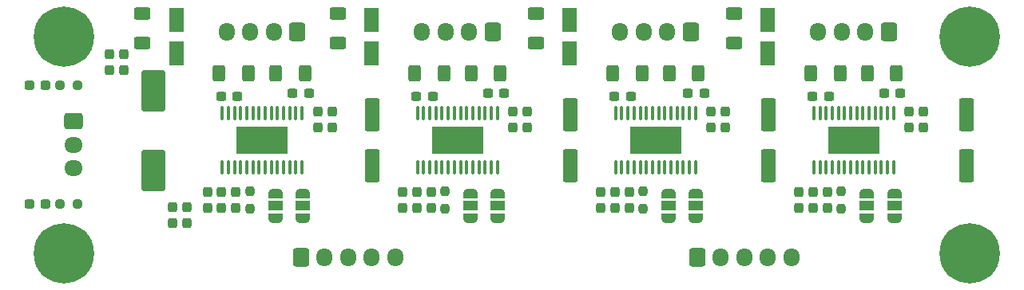
<source format=gbr>
%TF.GenerationSoftware,KiCad,Pcbnew,6.0.11-2627ca5db0~126~ubuntu22.04.1*%
%TF.CreationDate,2023-03-12T12:19:34+01:00*%
%TF.ProjectId,Stepper_Driver_TMC2225-SA-Tx4,53746570-7065-4725-9f44-72697665725f,rev?*%
%TF.SameCoordinates,Original*%
%TF.FileFunction,Soldermask,Top*%
%TF.FilePolarity,Negative*%
%FSLAX46Y46*%
G04 Gerber Fmt 4.6, Leading zero omitted, Abs format (unit mm)*
G04 Created by KiCad (PCBNEW 6.0.11-2627ca5db0~126~ubuntu22.04.1) date 2023-03-12 12:19:34*
%MOMM*%
%LPD*%
G01*
G04 APERTURE LIST*
G04 Aperture macros list*
%AMRoundRect*
0 Rectangle with rounded corners*
0 $1 Rounding radius*
0 $2 $3 $4 $5 $6 $7 $8 $9 X,Y pos of 4 corners*
0 Add a 4 corners polygon primitive as box body*
4,1,4,$2,$3,$4,$5,$6,$7,$8,$9,$2,$3,0*
0 Add four circle primitives for the rounded corners*
1,1,$1+$1,$2,$3*
1,1,$1+$1,$4,$5*
1,1,$1+$1,$6,$7*
1,1,$1+$1,$8,$9*
0 Add four rect primitives between the rounded corners*
20,1,$1+$1,$2,$3,$4,$5,0*
20,1,$1+$1,$4,$5,$6,$7,0*
20,1,$1+$1,$6,$7,$8,$9,0*
20,1,$1+$1,$8,$9,$2,$3,0*%
%AMFreePoly0*
4,1,22,0.550000,-0.750000,0.000000,-0.750000,0.000000,-0.745033,-0.079941,-0.743568,-0.215256,-0.701293,-0.333266,-0.622738,-0.424486,-0.514219,-0.481581,-0.384460,-0.499164,-0.250000,-0.500000,-0.250000,-0.500000,0.250000,-0.499164,0.250000,-0.499963,0.256109,-0.478152,0.396186,-0.417904,0.524511,-0.324060,0.630769,-0.204165,0.706417,-0.067858,0.745374,0.000000,0.744959,0.000000,0.750000,
0.550000,0.750000,0.550000,-0.750000,0.550000,-0.750000,$1*%
%AMFreePoly1*
4,1,20,0.000000,0.744959,0.073905,0.744508,0.209726,0.703889,0.328688,0.626782,0.421226,0.519385,0.479903,0.390333,0.500000,0.250000,0.500000,-0.250000,0.499851,-0.262216,0.476331,-0.402017,0.414519,-0.529596,0.319384,-0.634700,0.198574,-0.708877,0.061801,-0.746166,0.000000,-0.745033,0.000000,-0.750000,-0.550000,-0.750000,-0.550000,0.750000,0.000000,0.750000,0.000000,0.744959,
0.000000,0.744959,$1*%
G04 Aperture macros list end*
%ADD10RoundRect,0.250000X0.550000X-1.050000X0.550000X1.050000X-0.550000X1.050000X-0.550000X-1.050000X0*%
%ADD11RoundRect,0.237500X0.237500X-0.287500X0.237500X0.287500X-0.237500X0.287500X-0.237500X-0.287500X0*%
%ADD12RoundRect,0.250000X0.400000X0.625000X-0.400000X0.625000X-0.400000X-0.625000X0.400000X-0.625000X0*%
%ADD13RoundRect,0.237500X-0.287500X-0.237500X0.287500X-0.237500X0.287500X0.237500X-0.287500X0.237500X0*%
%ADD14FreePoly0,270.000000*%
%ADD15R,1.500000X1.000000*%
%ADD16FreePoly1,270.000000*%
%ADD17RoundRect,0.237500X-0.237500X0.300000X-0.237500X-0.300000X0.237500X-0.300000X0.237500X0.300000X0*%
%ADD18RoundRect,0.237500X0.237500X-0.300000X0.237500X0.300000X-0.237500X0.300000X-0.237500X-0.300000X0*%
%ADD19RoundRect,0.237500X0.300000X0.237500X-0.300000X0.237500X-0.300000X-0.237500X0.300000X-0.237500X0*%
%ADD20RoundRect,0.237500X0.237500X-0.250000X0.237500X0.250000X-0.237500X0.250000X-0.237500X-0.250000X0*%
%ADD21RoundRect,0.250000X-1.000000X1.950000X-1.000000X-1.950000X1.000000X-1.950000X1.000000X1.950000X0*%
%ADD22RoundRect,0.237500X-0.300000X-0.237500X0.300000X-0.237500X0.300000X0.237500X-0.300000X0.237500X0*%
%ADD23RoundRect,0.250000X-0.625000X0.400000X-0.625000X-0.400000X0.625000X-0.400000X0.625000X0.400000X0*%
%ADD24RoundRect,0.250000X-0.550000X1.500000X-0.550000X-1.500000X0.550000X-1.500000X0.550000X1.500000X0*%
%ADD25RoundRect,0.237500X0.250000X0.237500X-0.250000X0.237500X-0.250000X-0.237500X0.250000X-0.237500X0*%
%ADD26C,0.800000*%
%ADD27C,6.400000*%
%ADD28RoundRect,0.250000X-0.400000X-0.625000X0.400000X-0.625000X0.400000X0.625000X-0.400000X0.625000X0*%
%ADD29RoundRect,0.250000X-0.600000X-0.725000X0.600000X-0.725000X0.600000X0.725000X-0.600000X0.725000X0*%
%ADD30O,1.700000X1.950000*%
%ADD31RoundRect,0.250000X-0.725000X0.600000X-0.725000X-0.600000X0.725000X-0.600000X0.725000X0.600000X0*%
%ADD32O,1.950000X1.700000*%
%ADD33RoundRect,0.250000X0.600000X0.725000X-0.600000X0.725000X-0.600000X-0.725000X0.600000X-0.725000X0*%
%ADD34RoundRect,0.100000X-0.100000X0.637500X-0.100000X-0.637500X0.100000X-0.637500X0.100000X0.637500X0*%
%ADD35R,5.400000X2.850000*%
G04 APERTURE END LIST*
D10*
%TO.C,C32*%
X99600000Y-26800000D03*
X99600000Y-23200000D03*
%TD*%
D11*
%TO.C,D6*%
X105900000Y-43237500D03*
X105900000Y-41487500D03*
%TD*%
%TO.C,D3*%
X43200000Y-43237500D03*
X43200000Y-41487500D03*
%TD*%
D12*
%TO.C,R13*%
X86250000Y-28900000D03*
X83150000Y-28900000D03*
%TD*%
D10*
%TO.C,C16*%
X57600000Y-26800000D03*
X57600000Y-23200000D03*
%TD*%
D13*
%TO.C,D1*%
X21325000Y-42800000D03*
X23075000Y-42800000D03*
%TD*%
D14*
%TO.C,JP2*%
X47400000Y-41700000D03*
D15*
X47400000Y-43000000D03*
D16*
X47400000Y-44300000D03*
%TD*%
D17*
%TO.C,C22*%
X83400000Y-41500000D03*
X83400000Y-43225000D03*
%TD*%
D14*
%TO.C,JP7*%
X113000000Y-41700000D03*
D15*
X113000000Y-43000000D03*
D16*
X113000000Y-44300000D03*
%TD*%
D18*
%TO.C,C31*%
X114600000Y-34662500D03*
X114600000Y-32937500D03*
%TD*%
D19*
%TO.C,C34*%
X106062500Y-31400000D03*
X104337500Y-31400000D03*
%TD*%
D17*
%TO.C,C2*%
X38000000Y-43137500D03*
X38000000Y-44862500D03*
%TD*%
D20*
%TO.C,R18*%
X107400000Y-43275000D03*
X107400000Y-41450000D03*
%TD*%
%TO.C,R6*%
X44700000Y-43275000D03*
X44700000Y-41450000D03*
%TD*%
D12*
%TO.C,R9*%
X65250000Y-28900000D03*
X62150000Y-28900000D03*
%TD*%
%TO.C,R17*%
X107250000Y-28900000D03*
X104150000Y-28900000D03*
%TD*%
D21*
%TO.C,C3*%
X34500000Y-30800000D03*
X34500000Y-39200000D03*
%TD*%
D22*
%TO.C,C11*%
X49237500Y-31000000D03*
X50962500Y-31000000D03*
%TD*%
D23*
%TO.C,R11*%
X75000000Y-22550000D03*
X75000000Y-25650000D03*
%TD*%
D18*
%TO.C,C4*%
X31345000Y-28600000D03*
X31345000Y-26875000D03*
%TD*%
D17*
%TO.C,C33*%
X116100000Y-32937500D03*
X116100000Y-34662500D03*
%TD*%
D22*
%TO.C,C27*%
X91137500Y-31000000D03*
X92862500Y-31000000D03*
%TD*%
D17*
%TO.C,C17*%
X74100000Y-32937500D03*
X74100000Y-34662500D03*
%TD*%
D14*
%TO.C,JP3*%
X71000000Y-41700000D03*
D15*
X71000000Y-43000000D03*
D16*
X71000000Y-44300000D03*
%TD*%
D23*
%TO.C,R7*%
X54000000Y-22550000D03*
X54000000Y-25650000D03*
%TD*%
D14*
%TO.C,JP4*%
X68100000Y-41700000D03*
D15*
X68100000Y-43000000D03*
D16*
X68100000Y-44300000D03*
%TD*%
D17*
%TO.C,C14*%
X62400000Y-41500000D03*
X62400000Y-43225000D03*
%TD*%
D14*
%TO.C,JP1*%
X50300000Y-41700000D03*
D15*
X50300000Y-43000000D03*
D16*
X50300000Y-44300000D03*
%TD*%
D13*
%TO.C,D2*%
X21325000Y-30200000D03*
X23075000Y-30200000D03*
%TD*%
D17*
%TO.C,C1*%
X36500000Y-43137500D03*
X36500000Y-44862500D03*
%TD*%
D22*
%TO.C,C19*%
X69937500Y-31000000D03*
X71662500Y-31000000D03*
%TD*%
D23*
%TO.C,R15*%
X96000000Y-22550000D03*
X96000000Y-25650000D03*
%TD*%
D24*
%TO.C,C20*%
X78700000Y-33300000D03*
X78700000Y-38700000D03*
%TD*%
D18*
%TO.C,C37*%
X102900000Y-43225000D03*
X102900000Y-41500000D03*
%TD*%
D25*
%TO.C,R1*%
X26412500Y-42800000D03*
X24587500Y-42800000D03*
%TD*%
D17*
%TO.C,C9*%
X53400000Y-32937500D03*
X53400000Y-34662500D03*
%TD*%
%TO.C,C30*%
X104400000Y-41500000D03*
X104400000Y-43225000D03*
%TD*%
D26*
%TO.C,H2*%
X121000000Y-27400000D03*
X123400000Y-25000000D03*
X119302944Y-23302944D03*
X122697056Y-23302944D03*
X122697056Y-26697056D03*
X118600000Y-25000000D03*
X121000000Y-22600000D03*
X119302944Y-26697056D03*
D27*
X121000000Y-25000000D03*
%TD*%
D28*
%TO.C,R4*%
X47450000Y-28900000D03*
X50550000Y-28900000D03*
%TD*%
D29*
%TO.C,J2*%
X92100000Y-48475000D03*
D30*
X94600000Y-48475000D03*
X97100000Y-48475000D03*
X99600000Y-48475000D03*
X102100000Y-48475000D03*
%TD*%
D17*
%TO.C,C25*%
X95100000Y-32937500D03*
X95100000Y-34662500D03*
%TD*%
D26*
%TO.C,H4*%
X23302944Y-46302944D03*
X23302944Y-49697056D03*
D27*
X25000000Y-48000000D03*
D26*
X26697056Y-46302944D03*
X27400000Y-48000000D03*
X22600000Y-48000000D03*
X25000000Y-45600000D03*
X25000000Y-50400000D03*
X26697056Y-49697056D03*
%TD*%
D25*
%TO.C,R2*%
X26412500Y-30200000D03*
X24587500Y-30200000D03*
%TD*%
D14*
%TO.C,JP5*%
X92000000Y-41700000D03*
D15*
X92000000Y-43000000D03*
D16*
X92000000Y-44300000D03*
%TD*%
D18*
%TO.C,C5*%
X29855000Y-28600000D03*
X29855000Y-26875000D03*
%TD*%
D28*
%TO.C,R16*%
X110150000Y-28900000D03*
X113250000Y-28900000D03*
%TD*%
D18*
%TO.C,C21*%
X60900000Y-43225000D03*
X60900000Y-41500000D03*
%TD*%
D10*
%TO.C,C24*%
X78600000Y-26800000D03*
X78600000Y-23200000D03*
%TD*%
D31*
%TO.C,J3*%
X26000000Y-34000000D03*
D32*
X26000000Y-36500000D03*
X26000000Y-39000000D03*
%TD*%
D33*
%TO.C,J4*%
X49750000Y-24525000D03*
D30*
X47250000Y-24525000D03*
X44750000Y-24525000D03*
X42250000Y-24525000D03*
%TD*%
D22*
%TO.C,C35*%
X111937500Y-31000000D03*
X113662500Y-31000000D03*
%TD*%
D19*
%TO.C,C26*%
X85062500Y-31400000D03*
X83337500Y-31400000D03*
%TD*%
D28*
%TO.C,R12*%
X89150000Y-28900000D03*
X92250000Y-28900000D03*
%TD*%
D19*
%TO.C,C18*%
X64062500Y-31400000D03*
X62337500Y-31400000D03*
%TD*%
D11*
%TO.C,D4*%
X63900000Y-43237500D03*
X63900000Y-41487500D03*
%TD*%
D34*
%TO.C,U1*%
X50225000Y-33137500D03*
X49575000Y-33137500D03*
X48925000Y-33137500D03*
X48275000Y-33137500D03*
X47625000Y-33137500D03*
X46975000Y-33137500D03*
X46325000Y-33137500D03*
X45675000Y-33137500D03*
X45025000Y-33137500D03*
X44375000Y-33137500D03*
X43725000Y-33137500D03*
X43075000Y-33137500D03*
X42425000Y-33137500D03*
X41775000Y-33137500D03*
X41775000Y-38862500D03*
X42425000Y-38862500D03*
X43075000Y-38862500D03*
X43725000Y-38862500D03*
X44375000Y-38862500D03*
X45025000Y-38862500D03*
X45675000Y-38862500D03*
X46325000Y-38862500D03*
X46975000Y-38862500D03*
X47625000Y-38862500D03*
X48275000Y-38862500D03*
X48925000Y-38862500D03*
X49575000Y-38862500D03*
X50225000Y-38862500D03*
D35*
X46000000Y-36000000D03*
%TD*%
D34*
%TO.C,U4*%
X112925000Y-33137500D03*
X112275000Y-33137500D03*
X111625000Y-33137500D03*
X110975000Y-33137500D03*
X110325000Y-33137500D03*
X109675000Y-33137500D03*
X109025000Y-33137500D03*
X108375000Y-33137500D03*
X107725000Y-33137500D03*
X107075000Y-33137500D03*
X106425000Y-33137500D03*
X105775000Y-33137500D03*
X105125000Y-33137500D03*
X104475000Y-33137500D03*
X104475000Y-38862500D03*
X105125000Y-38862500D03*
X105775000Y-38862500D03*
X106425000Y-38862500D03*
X107075000Y-38862500D03*
X107725000Y-38862500D03*
X108375000Y-38862500D03*
X109025000Y-38862500D03*
X109675000Y-38862500D03*
X110325000Y-38862500D03*
X110975000Y-38862500D03*
X111625000Y-38862500D03*
X112275000Y-38862500D03*
X112925000Y-38862500D03*
D35*
X108700000Y-36000000D03*
%TD*%
D26*
%TO.C,H1*%
X22600000Y-25000000D03*
X26697056Y-23302944D03*
X25000000Y-22600000D03*
X25000000Y-27400000D03*
X23302944Y-26697056D03*
X26697056Y-26697056D03*
D27*
X25000000Y-25000000D03*
D26*
X27400000Y-25000000D03*
X23302944Y-23302944D03*
%TD*%
D29*
%TO.C,J1*%
X50100000Y-48475000D03*
D30*
X52600000Y-48475000D03*
X55100000Y-48475000D03*
X57600000Y-48475000D03*
X60100000Y-48475000D03*
%TD*%
D14*
%TO.C,JP8*%
X110100000Y-41700000D03*
D15*
X110100000Y-43000000D03*
D16*
X110100000Y-44300000D03*
%TD*%
D24*
%TO.C,C28*%
X99700000Y-33300000D03*
X99700000Y-38700000D03*
%TD*%
D18*
%TO.C,C7*%
X51900000Y-34662500D03*
X51900000Y-32937500D03*
%TD*%
D24*
%TO.C,C12*%
X57700000Y-33300000D03*
X57700000Y-38700000D03*
%TD*%
D28*
%TO.C,R8*%
X68150000Y-28900000D03*
X71250000Y-28900000D03*
%TD*%
D33*
%TO.C,J5*%
X70450000Y-24525000D03*
D30*
X67950000Y-24525000D03*
X65450000Y-24525000D03*
X62950000Y-24525000D03*
%TD*%
D20*
%TO.C,R14*%
X86400000Y-43275000D03*
X86400000Y-41450000D03*
%TD*%
D34*
%TO.C,U2*%
X70925000Y-33137500D03*
X70275000Y-33137500D03*
X69625000Y-33137500D03*
X68975000Y-33137500D03*
X68325000Y-33137500D03*
X67675000Y-33137500D03*
X67025000Y-33137500D03*
X66375000Y-33137500D03*
X65725000Y-33137500D03*
X65075000Y-33137500D03*
X64425000Y-33137500D03*
X63775000Y-33137500D03*
X63125000Y-33137500D03*
X62475000Y-33137500D03*
X62475000Y-38862500D03*
X63125000Y-38862500D03*
X63775000Y-38862500D03*
X64425000Y-38862500D03*
X65075000Y-38862500D03*
X65725000Y-38862500D03*
X66375000Y-38862500D03*
X67025000Y-38862500D03*
X67675000Y-38862500D03*
X68325000Y-38862500D03*
X68975000Y-38862500D03*
X69625000Y-38862500D03*
X70275000Y-38862500D03*
X70925000Y-38862500D03*
D35*
X66700000Y-36000000D03*
%TD*%
D11*
%TO.C,D5*%
X84900000Y-43237500D03*
X84900000Y-41487500D03*
%TD*%
D10*
%TO.C,C8*%
X36900000Y-26800000D03*
X36900000Y-23200000D03*
%TD*%
D18*
%TO.C,C13*%
X40200000Y-43225000D03*
X40200000Y-41500000D03*
%TD*%
D20*
%TO.C,R10*%
X65400000Y-43275000D03*
X65400000Y-41450000D03*
%TD*%
D33*
%TO.C,J7*%
X112450000Y-24525000D03*
D30*
X109950000Y-24525000D03*
X107450000Y-24525000D03*
X104950000Y-24525000D03*
%TD*%
D18*
%TO.C,C15*%
X72600000Y-34662500D03*
X72600000Y-32937500D03*
%TD*%
D19*
%TO.C,C10*%
X43362500Y-31400000D03*
X41637500Y-31400000D03*
%TD*%
D14*
%TO.C,JP6*%
X89100000Y-41700000D03*
D15*
X89100000Y-43000000D03*
D16*
X89100000Y-44300000D03*
%TD*%
D17*
%TO.C,C6*%
X41700000Y-41500000D03*
X41700000Y-43225000D03*
%TD*%
D26*
%TO.C,H3*%
X121000000Y-45600000D03*
X121000000Y-50400000D03*
X123400000Y-48000000D03*
X122697056Y-46302944D03*
D27*
X121000000Y-48000000D03*
D26*
X118600000Y-48000000D03*
X122697056Y-49697056D03*
X119302944Y-46302944D03*
X119302944Y-49697056D03*
%TD*%
D33*
%TO.C,J6*%
X91450000Y-24525000D03*
D30*
X88950000Y-24525000D03*
X86450000Y-24525000D03*
X83950000Y-24525000D03*
%TD*%
D18*
%TO.C,C23*%
X93600000Y-34662500D03*
X93600000Y-32937500D03*
%TD*%
%TO.C,C29*%
X81900000Y-43225000D03*
X81900000Y-41500000D03*
%TD*%
D24*
%TO.C,C36*%
X120700000Y-33300000D03*
X120700000Y-38700000D03*
%TD*%
D12*
%TO.C,R5*%
X44550000Y-28900000D03*
X41450000Y-28900000D03*
%TD*%
D34*
%TO.C,U3*%
X91925000Y-33137500D03*
X91275000Y-33137500D03*
X90625000Y-33137500D03*
X89975000Y-33137500D03*
X89325000Y-33137500D03*
X88675000Y-33137500D03*
X88025000Y-33137500D03*
X87375000Y-33137500D03*
X86725000Y-33137500D03*
X86075000Y-33137500D03*
X85425000Y-33137500D03*
X84775000Y-33137500D03*
X84125000Y-33137500D03*
X83475000Y-33137500D03*
X83475000Y-38862500D03*
X84125000Y-38862500D03*
X84775000Y-38862500D03*
X85425000Y-38862500D03*
X86075000Y-38862500D03*
X86725000Y-38862500D03*
X87375000Y-38862500D03*
X88025000Y-38862500D03*
X88675000Y-38862500D03*
X89325000Y-38862500D03*
X89975000Y-38862500D03*
X90625000Y-38862500D03*
X91275000Y-38862500D03*
X91925000Y-38862500D03*
D35*
X87700000Y-36000000D03*
%TD*%
D23*
%TO.C,R3*%
X33300000Y-22550000D03*
X33300000Y-25650000D03*
%TD*%
M02*

</source>
